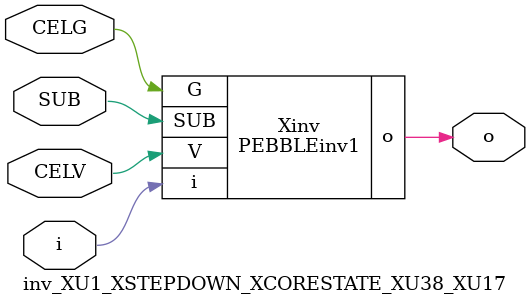
<source format=v>



module PEBBLEinv1 ( o, G, SUB, V, i );

  input V;
  input i;
  input G;
  output o;
  input SUB;
endmodule

//Celera Confidential Do Not Copy inv_XU1_XSTEPDOWN_XCORESTATE_XU38_XU17
//Celera Confidential Symbol Generator
//5V Inverter
module inv_XU1_XSTEPDOWN_XCORESTATE_XU38_XU17 (CELV,CELG,i,o,SUB);
input CELV;
input CELG;
input i;
input SUB;
output o;

//Celera Confidential Do Not Copy inv
PEBBLEinv1 Xinv(
.V (CELV),
.i (i),
.o (o),
.SUB (SUB),
.G (CELG)
);
//,diesize,PEBBLEinv1

//Celera Confidential Do Not Copy Module End
//Celera Schematic Generator
endmodule

</source>
